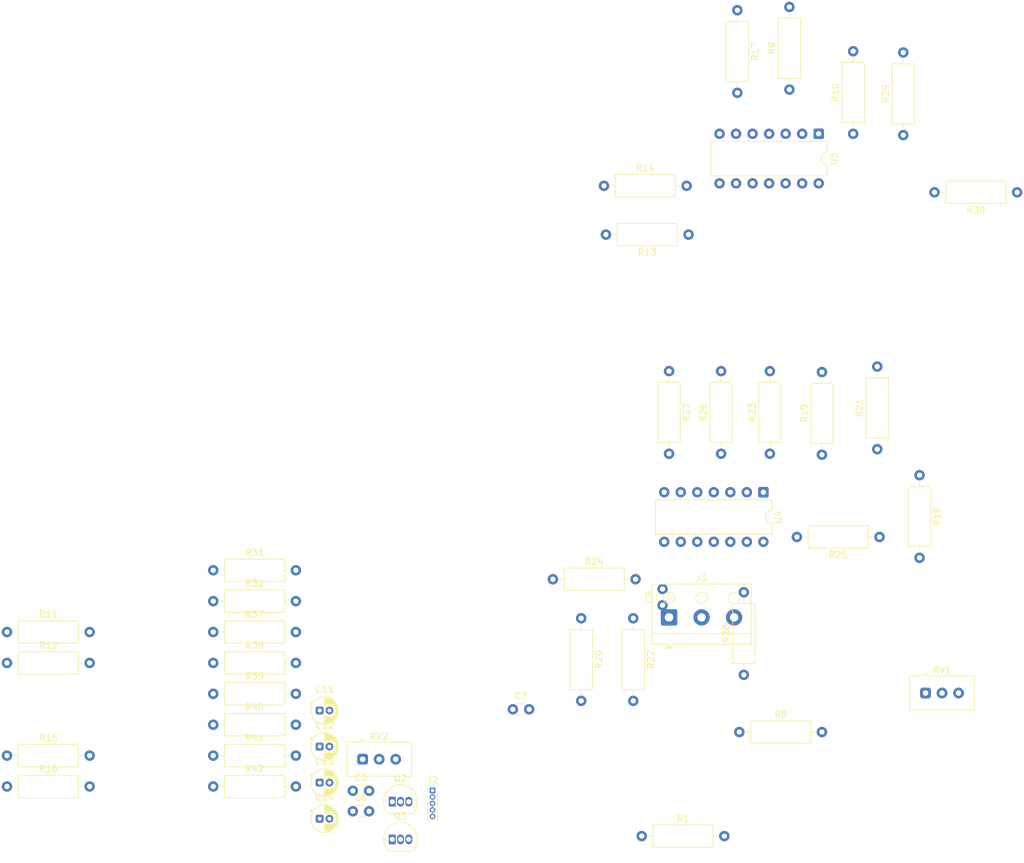
<source format=kicad_pcb>
(kicad_pcb (version 20241229) (generator "pcbnew") (generator_version "9.0")
  (layers (0 "F.Cu" signal) (2 "B.Cu" signal) (13 "F.Paste" user) (15 "B.Paste" user) (5 "F.SilkS" user "F.Silkscreen") (7 "B.SilkS" user "B.Silkscreen") (1 "F.Mask" user) (3 "B.Mask" user) (25 "Edge.Cuts" user))
  (net 0 "")
  (net 1 "Net-(C5-Pad2)")
  (net 2 "sel_moduladora")
  (net 3 "Net-(C6-Pad2)")
  (net 4 "GND")
  (net 5 "portadora")
  (net 6 "moduladora")
  (net 7 "Salida")
  (net 8 "divisor")
  (net 9 "-12V")
  (net 10 "+12V")
  (net 11 "Net-(R1-Pad2)")
  (net 12 "Net-(R11-Pad1)")
  (net 13 "Net-(R8-Pad2)")
  (net 14 "Net-(R9-Pad1)")
  (net 15 "Net-(R12-Pad1)")
  (net 16 "Net-(R12-Pad2)")
  (net 17 "Net-(R16-Pad2)")
  (net 18 "Bcos(wt)")
  (net 19 "Net-(C7-Pad2)")
  (net 20 "Bsen(wt)")
  (net 21 "Net-(C8-Pad2)")
  (net 22 "Net-(Q3-B)")
  (net 23 "cos(wt)")
  (net 24 "Net-(Q3-E)")
  (net 25 "sen(wt)")
  (net 26 "Net-(Q2-B)")
  (net 27 "Net-(Q2-E)")
  (net 28 "RI(t)")
  (net 29 "RAI(t)")
  (net 30 "RQ(t)")
  (net 31 "Net-(R18-Pad2)")
  (net 32 "Net-(R19-Pad2)")
  (net 33 "Net-(R19-Pad1)")
  (net 34 "Net-(R25-Pad1)")
  (net 35 "Net-(R25-Pad2)")
  (net 36 "Net-(R26-Pad1)")
  (net 37 "RAQ(t)")
  (net 38 "Net-(R28-Pad2)")
  (net 39 "I(t)")
  (net 40 "Q(t)")
  (footprint "Resistor_THT:R_Axial_DIN0309_L9.0mm_D3.2mm_P12.70mm_Horizontal" (layer "F.Cu") (at 134 47.5)
    (property "Reference" "R14" (at 6.35 -2.72 0) (layer "F.SilkS"))
    (property "Value" "1k")
    (pad "1" thru_hole circle (at 0 0) (size 1.6 1.6) (drill 0.8) (layers "*.Cu" "*.Mask") (net 10 "+12V"))
    (pad "2" thru_hole circle (at 12.7 0) (size 1.6 1.6) (drill 0.8) (layers "*.Cu" "*.Mask") (net 3 "Net-(C6-Pad2)"))
  )
  (footprint "Resistor_THT:R_Axial_DIN0309_L9.0mm_D3.2mm_P12.70mm_Horizontal" (layer "F.Cu") (at 130.5 114 -90)
    (property "Reference" "R20" (at 6.35 -2.72 90) (layer "F.SilkS"))
    (property "Value" "1k")
    (pad "1" thru_hole circle (at 0 0 270) (size 1.6 1.6) (drill 0.8) (layers "*.Cu" "*.Mask") (net 21 "Net-(C8-Pad2)"))
    (pad "2" thru_hole circle (at 12.7 0 270) (size 1.6 1.6) (drill 0.8) (layers "*.Cu" "*.Mask") (net 4 "GND"))
  )
  (footprint "Resistor_THT:R_Axial_DIN0309_L9.0mm_D3.2mm_P12.70mm_Horizontal" (layer "F.Cu") (at 73.95 125.62)
    (property "Reference" "R39" (at 6.35 -2.72 0) (layer "F.SilkS"))
    (property "Value" "220k")
    (pad "1" thru_hole circle (at 0 0) (size 1.6 1.6) (drill 0.8) (layers "*.Cu" "*.Mask") (net 24 "Net-(Q3-E)"))
    (pad "2" thru_hole circle (at 12.7 0) (size 1.6 1.6) (drill 0.8) (layers "*.Cu" "*.Mask") (net 4 "GND"))
  )
  (footprint "Resistor_THT:R_Axial_DIN0309_L9.0mm_D3.2mm_P12.70mm_Horizontal" (layer "F.Cu") (at 73.95 116.12)
    (property "Reference" "R37" (at 6.35 -2.72 0) (layer "F.SilkS"))
    (property "Value" "220k")
    (pad "1" thru_hole circle (at 0 0) (size 1.6 1.6) (drill 0.8) (layers "*.Cu" "*.Mask") (net 10 "+12V"))
    (pad "2" thru_hole circle (at 12.7 0) (size 1.6 1.6) (drill 0.8) (layers "*.Cu" "*.Mask") (net 22 "Net-(Q3-B)"))
  )
  (footprint "Package_TO_SOT_THT:TO-92_Inline" (layer "F.Cu") (at 101.46 148)
    (property "Reference" "Q3" (at 1.27 -3.56 0) (layer "F.SilkS"))
    (property "Value" "2N3904")
    (pad "1" thru_hole rect (at 0 0) (size 1.05 1.5) (drill 0.75) (layers "*.Cu" "*.Mask") (net 24 "Net-(Q3-E)"))
    (pad "2" thru_hole oval (at 1.27 0) (size 1.05 1.5) (drill 0.75) (layers "*.Cu" "*.Mask") (net 22 "Net-(Q3-B)"))
    (pad "3" thru_hole oval (at 2.54 0) (size 1.05 1.5) (drill 0.75) (layers "*.Cu" "*.Mask") (net 10 "+12V"))
  )
  (footprint "Resistor_THT:R_Axial_DIN0309_L9.0mm_D3.2mm_P12.70mm_Horizontal" (layer "F.Cu") (at 154.8 131.5)
    (property "Reference" "R8" (at 6.35 -2.72 0) (layer "F.SilkS"))
    (property "Value" "10K")
    (pad "1" thru_hole circle (at 0 0) (size 1.6 1.6) (drill 0.8) (layers "*.Cu" "*.Mask") (net 12 "Net-(R11-Pad1)"))
    (pad "2" thru_hole circle (at 12.7 0) (size 1.6 1.6) (drill 0.8) (layers "*.Cu" "*.Mask") (net 13 "Net-(R8-Pad2)"))
  )
  (footprint "Resistor_THT:R_Axial_DIN0309_L9.0mm_D3.2mm_P12.70mm_Horizontal" (layer "F.Cu") (at 73.95 130.37)
    (property "Reference" "R40" (at 6.35 -2.72 0) (layer "F.SilkS"))
    (property "Value" "220k")
    (pad "1" thru_hole circle (at 0 0) (size 1.6 1.6) (drill 0.8) (layers "*.Cu" "*.Mask") (net 10 "+12V"))
    (pad "2" thru_hole circle (at 12.7 0) (size 1.6 1.6) (drill 0.8) (layers "*.Cu" "*.Mask") (net 26 "Net-(Q2-B)"))
  )
  (footprint "Resistor_THT:R_Axial_DIN0309_L9.0mm_D3.2mm_P12.70mm_Horizontal" (layer "F.Cu") (at 138.5 114 -90)
    (property "Reference" "R22" (at 6.35 -2.72 90) (layer "F.SilkS"))
    (property "Value" "51")
    (pad "1" thru_hole circle (at 0 0 270) (size 1.6 1.6) (drill 0.8) (layers "*.Cu" "*.Mask") (net 21 "Net-(C8-Pad2)"))
    (pad "2" thru_hole circle (at 12.7 0 270) (size 1.6 1.6) (drill 0.8) (layers "*.Cu" "*.Mask") (net 19 "Net-(C7-Pad2)"))
  )
  (footprint "Resistor_THT:R_Axial_DIN0309_L9.0mm_D3.2mm_P12.70mm_Horizontal" (layer "F.Cu") (at 73.95 120.87)
    (property "Reference" "R38" (at 6.35 -2.72 0) (layer "F.SilkS"))
    (property "Value" "220k")
    (pad "1" thru_hole circle (at 0 0) (size 1.6 1.6) (drill 0.8) (layers "*.Cu" "*.Mask") (net 22 "Net-(Q3-B)"))
    (pad "2" thru_hole circle (at 12.7 0) (size 1.6 1.6) (drill 0.8) (layers "*.Cu" "*.Mask") (net 4 "GND"))
  )
  (footprint "Resistor_THT:R_Axial_DIN0309_L9.0mm_D3.2mm_P12.70mm_Horizontal" (layer "F.Cu") (at 147 55 180)
    (property "Reference" "R13" (at 6.35 -2.72 0) (layer "F.SilkS"))
    (property "Value" "1k")
    (pad "1" thru_hole circle (at 0 0 180) (size 1.6 1.6) (drill 0.8) (layers "*.Cu" "*.Mask") (net 3 "Net-(C6-Pad2)"))
    (pad "2" thru_hole circle (at 12.7 0 180) (size 1.6 1.6) (drill 0.8) (layers "*.Cu" "*.Mask") (net 4 "GND"))
  )
  (footprint "Resistor_THT:R_Axial_DIN0309_L9.0mm_D3.2mm_P12.70mm_Horizontal" (layer "F.Cu") (at 167.5 88.85 90)
    (property "Reference" "R19" (at 6.35 -2.72 90) (layer "F.SilkS"))
    (property "Value" "10K")
    (pad "1" thru_hole circle (at 0 0 90) (size 1.6 1.6) (drill 0.8) (layers "*.Cu" "*.Mask") (net 33 "Net-(R19-Pad1)"))
    (pad "2" thru_hole circle (at 12.7 0 90) (size 1.6 1.6) (drill 0.8) (layers "*.Cu" "*.Mask") (net 32 "Net-(R19-Pad2)"))
  )
  (footprint "Resistor_THT:R_Axial_DIN0309_L9.0mm_D3.2mm_P12.70mm_Horizontal" (layer "F.Cu") (at 197.5 48.5 180)
    (property "Reference" "R30" (at 6.35 -2.72 0) (layer "F.SilkS"))
    (property "Value" "100k")
    (pad "1" thru_hole circle (at 0 0 180) (size 1.6 1.6) (drill 0.8) (layers "*.Cu" "*.Mask") (net 39 "I(t)"))
    (pad "2" thru_hole circle (at 12.7 0 180) (size 1.6 1.6) (drill 0.8) (layers "*.Cu" "*.Mask") (net 28 "RI(t)"))
  )
  (footprint "Resistor_THT:R_Axial_DIN0309_L9.0mm_D3.2mm_P12.70mm_Horizontal" (layer "F.Cu") (at 73.95 139.87)
    (property "Reference" "R42" (at 6.35 -2.72 0) (layer "F.SilkS"))
    (property "Value" "220k")
    (pad "1" thru_hole circle (at 0 0) (size 1.6 1.6) (drill 0.8) (layers "*.Cu" "*.Mask") (net 27 "Net-(Q2-E)"))
    (pad "2" thru_hole circle (at 12.7 0) (size 1.6 1.6) (drill 0.8) (layers "*.Cu" "*.Mask") (net 4 "GND"))
  )
  (footprint "Capacitor_THT:C_Disc_D3.0mm_W1.6mm_P2.50mm" (layer "F.Cu") (at 95.4 143.68)
    (property "Reference" "C6" (at 1.25 -2.05 0) (layer "F.SilkS"))
    (property "Value" "100nF")
    (pad "1" thru_hole circle (at 0 0) (size 1.6 1.6) (drill 0.8) (layers "*.Cu" "*.Mask") (net 4 "GND"))
    (pad "2" thru_hole circle (at 2.5 0) (size 1.6 1.6) (drill 0.8) (layers "*.Cu" "*.Mask") (net 3 "Net-(C6-Pad2)"))
  )
  (footprint "Connector_PinHeader_1.00mm:PinHeader_1x05_P1.00mm_Vertical" (layer "F.Cu") (at 107.65 140.48)
    (property "Reference" "J2" (at 0 -1.61 0) (layer "F.SilkS"))
    (property "Value" "Entradas-salidas")
    (pad "1" thru_hole rect (at 0 0) (size 0.85 0.85) (drill 0.5) (layers "*.Cu" "*.Mask") (net 7 "Salida"))
    (pad "2" thru_hole circle (at 0 1) (size 0.85 0.85) (drill 0.5) (layers "*.Cu" "*.Mask") (net 5 "portadora"))
    (pad "3" thru_hole circle (at 0 2) (size 0.85 0.85) (drill 0.5) (layers "*.Cu" "*.Mask") (net 6 "moduladora"))
    (pad "4" thru_hole circle (at 0 3) (size 0.85 0.85) (drill 0.5) (layers "*.Cu" "*.Mask") (net 2 "sel_moduladora"))
    (pad "5" thru_hole circle (at 0 4) (size 0.85 0.85) (drill 0.5) (layers "*.Cu" "*.Mask") (net 8 "divisor"))
  )
  (footprint "Resistor_THT:R_Axial_DIN0309_L9.0mm_D3.2mm_P12.70mm_Horizontal" (layer "F.Cu") (at 73.95 111.37)
    (property "Reference" "R32" (at 6.35 -2.72 0) (layer "F.SilkS"))
    (property "Value" "1k")
    (pad "1" thru_hole circle (at 0 0) (size 1.6 1.6) (drill 0.8) (layers "*.Cu" "*.Mask") (net 30 "RQ(t)"))
    (pad "2" thru_hole circle (at 12.7 0) (size 1.6 1.6) (drill 0.8) (layers "*.Cu" "*.Mask") (net 4 "GND"))
  )
  (footprint "Resistor_THT:R_Axial_DIN0309_L9.0mm_D3.2mm_P12.70mm_Horizontal" (layer "F.Cu") (at 126.15 108)
    (property "Reference" "R24" (at 6.35 -2.72 0) (layer "F.SilkS"))
    (property "Value" "1k")
    (pad "1" thru_hole circle (at 0 0) (size 1.6 1.6) (drill 0.8) (layers "*.Cu" "*.Mask") (net 10 "+12V"))
    (pad "2" thru_hole circle (at 12.7 0) (size 1.6 1.6) (drill 0.8) (layers "*.Cu" "*.Mask") (net 21 "Net-(C8-Pad2)"))
  )
  (footprint "Package_TO_SOT_THT:TO-92_Inline" (layer "F.Cu") (at 101.46 142.21)
    (property "Reference" "Q2" (at 1.27 -3.56 0) (layer "F.SilkS"))
    (property "Value" "2N3904")
    (pad "1" thru_hole rect (at 0 0) (size 1.05 1.5) (drill 0.75) (layers "*.Cu" "*.Mask") (net 27 "Net-(Q2-E)"))
    (pad "2" thru_hole oval (at 1.27 0) (size 1.05 1.5) (drill 0.75) (layers "*.Cu" "*.Mask") (net 26 "Net-(Q2-B)"))
    (pad "3" thru_hole oval (at 2.54 0) (size 1.05 1.5) (drill 0.75) (layers "*.Cu" "*.Mask") (net 10 "+12V"))
  )
  (footprint "Package_DIP:DIP-14_W7.62mm" (layer "F.Cu") (at 158.5 94.62 -90)
    (property "Reference" "U4" (at 3.81 -2.33 90) (layer "F.SilkS"))
    (property "Value" "MC1496")
    (pad "1" thru_hole roundrect (at 0 0 270) (size 1.6 1.6) (drill 0.8) (layers "*.Cu" "*.Mask") (roundrect_rratio 0.15625) (net 30 "RQ(t)"))
    (pad "2" thru_hole circle (at 0 2.54 270) (size 1.6 1.6) (drill 0.8) (layers "*.Cu" "*.Mask") (net 34 "Net-(R25-Pad1)"))
    (pad "3" thru_hole circle (at 0 5.08 270) (size 1.6 1.6) (drill 0.8) (layers "*.Cu" "*.Mask") (net 35 "Net-(R25-Pad2)"))
    (pad "4" thru_hole circle (at 0 7.62 270) (size 1.6 1.6) (drill 0.8) (layers "*.Cu" "*.Mask") (net 33 "Net-(R19-Pad1)"))
    (pad "5" thru_hole circle (at 0 10.16 270) (size 1.6 1.6) (drill 0.8) (layers "*.Cu" "*.Mask") (net 36 "Net-(R26-Pad1)"))
    (pad "6" thru_hole circle (at 0 12.7 270) (size 1.6 1.6) (drill 0.8) (layers "*.Cu" "*.Mask") (net 37 "RAQ(t)"))
    (pad "7" thru_hole circle (at 0 15.24 270) (size 1.6 1.6) (drill 0.8) (layers "*.Cu" "*.Mask"))
    (pad "8" thru_hole circle (at 7.62 15.24 270) (size 1.6 1.6) (drill 0.8) (layers "*.Cu" "*.Mask") (net 21 "Net-(C8-Pad2)"))
    (pad "9" thru_hole circle (at 7.62 12.7 270) (size 1.6 1.6) (drill 0.8) (layers "*.Cu" "*.Mask"))
    (pad "10" thru_hole circle (at 7.62 10.16 270) (size 1.6 1.6) (drill 0.8) (layers "*.Cu" "*.Mask") (net 19 "Net-(C7-Pad2)"))
    (pad "11" thru_hole circle (at 7.62 7.62 270) (size 1.6 1.6) (drill 0.8) (layers "*.Cu" "*.Mask"))
    (pad "12" thru_hole circle (at 7.62 5.08 270) (size 1.6 1.6) (drill 0.8) (layers "*.Cu" "*.Mask") (net 38 "Net-(R28-Pad2)"))
    (pad "13" thru_hole circle (at 7.62 2.54 270) (size 1.6 1.6) (drill 0.8) (layers "*.Cu" "*.Mask"))
    (pad "14" thru_hole circle (at 7.62 0 270) (size 1.6 1.6) (drill 0.8) (layers "*.Cu" "*.Mask") (net 9 "-12V"))
  )
  (footprint "Capacitor_THT:C_Disc_D3.0mm_W1.6mm_P2.50mm" (layer "F.Cu") (at 95.4 140.53)
    (property "Reference" "C5" (at 1.25 -2.05 0) (layer "F.SilkS"))
    (property "Value" "100nF")
    (pad "1" thru_hole circle (at 0 0) (size 1.6 1.6) (drill 0.8) (layers "*.Cu" "*.Mask") (net 18 "Bcos(wt)"))
    (pad "2" thru_hole circle (at 2.5 0) (size 1.6 1.6) (drill 0.8) (layers "*.Cu" "*.Mask") (net 1 "Net-(C5-Pad2)"))
  )
  (footprint "Capacitor_THT:CP_Radial_D4.0mm_P1.50mm" (layer "F.Cu") (at 90.304801 139.28)
    (property "Reference" "C13" (at 0.75 -3.25 0) (layer "F.SilkS"))
    (property "Value" "0.1uF")
    (pad "1" thru_hole roundrect (at 0 0) (size 1.2 1.2) (drill 0.6) (layers "*.Cu" "*.Mask") (roundrect_rratio 0.208333) (net 25 "sen(wt)"))
    (pad "2" thru_hole circle (at 1.5 0) (size 1.2 1.2) (drill 0.6) (layers "*.Cu" "*.Mask") (net 26 "Net-(Q2-B)"))
  )
  (footprint "Resistor_THT:R_Axial_DIN0309_L9.0mm_D3.2mm_P12.70mm_Horizontal" (layer "F.Cu") (at 42.25 116.12)
    (property "Reference" "R11" (at 6.35 -2.72 0) (layer "F.SilkS"))
    (property "Value" "51")
    (pad "1" thru_hole circle (at 0 0) (size 1.6 1.6) (drill 0.8) (layers "*.Cu" "*.Mask") (net 12 "Net-(R11-Pad1)"))
    (pad "2" thru_hole circle (at 12.7 0) (size 1.6 1.6) (drill 0.8) (layers "*.Cu" "*.Mask") (net 4 "GND"))
  )
  (footprint "Potentiometer_THT:Potentiometer_Vishay_T93YA_Vertical" (layer "F.Cu") (at 96.91 135.68)
    (property "Reference" "RV2" (at 2.54 -3.5 0) (layer "F.SilkS"))
    (property "Value" "50k")
    (pad "1" thru_hole roundrect (at 0 0) (size 1.65 1.65) (drill 0.85) (layers "*.Cu" "*.Mask") (net 32 "Net-(R19-Pad2)"))
    (pad "2" thru_hole circle (at 2.54 0) (size 1.65 1.65) (drill 0.85) (layers "*.Cu" "*.Mask") (net 9 "-12V"))
    (pad "3" thru_hole circle (at 5.08 0) (size 1.65 1.65) (drill 0.85) (layers "*.Cu" "*.Mask") (net 31 "Net-(R18-Pad2)"))
  )
  (footprint "Resistor_THT:R_Axial_DIN0309_L9.0mm_D3.2mm_P12.70mm_Horizontal" (layer "F.Cu") (at 172.3 39.5 90)
    (property "Reference" "R10" (at 6.35 -2.72 90) (layer "F.SilkS"))
    (property "Value" "51")
    (pad "1" thru_hole circle (at 0 0 90) (size 1.6 1.6) (drill 0.8) (layers "*.Cu" "*.Mask") (net 28 "RI(t)"))
    (pad "2" thru_hole circle (at 12.7 0 90) (size 1.6 1.6) (drill 0.8) (layers "*.Cu" "*.Mask") (net 4 "GND"))
  )
  (footprint "Resistor_THT:R_Axial_DIN0309_L9.0mm_D3.2mm_P12.70mm_Horizontal" (layer "F.Cu") (at 144 76 -90)
    (property "Reference" "R27" (at 6.35 -2.72 90) (layer "F.SilkS"))
    (property "Value" "3.9k")
    (pad "1" thru_hole circle (at 0 0 270) (size 1.6 1.6) (drill 0.8) (layers "*.Cu" "*.Mask") (net 10 "+12V"))
    (pad "2" thru_hole circle (at 12.7 0 270) (size 1.6 1.6) (drill 0.8) (layers "*.Cu" "*.Mask") (net 37 "RAQ(t)"))
  )
  (footprint "Capacitor_THT:CP_Radial_D4.0mm_P1.50mm" (layer "F.Cu") (at 90.304801 144.83)
    (property "Reference" "C14" (at 0.75 -3.25 0) (layer "F.SilkS"))
    (property "Value" "10uF")
    (pad "1" thru_hole roundrect (at 0 0) (size 1.2 1.2) (drill 0.6) (layers "*.Cu" "*.Mask") (roundrect_rratio 0.208333) (net 27 "Net-(Q2-E)"))
    (pad "2" thru_hole circle (at 1.5 0) (size 1.2 1.2) (drill 0.6) (layers "*.Cu" "*.Mask") (net 20 "Bsen(wt)"))
  )
  (footprint "Resistor_THT:R_Axial_DIN0309_L9.0mm_D3.2mm_P12.70mm_Horizontal" (layer "F.Cu") (at 176 88 90)
    (property "Reference" "R21" (at 6.35 -2.72 90) (layer "F.SilkS"))
    (property "Value" "51")
    (pad "1" thru_hole circle (at 0 0 90) (size 1.6 1.6) (drill 0.8) (layers "*.Cu" "*.Mask") (net 30 "RQ(t)"))
    (pad "2" thru_hole circle (at 12.7 0 90) (size 1.6 1.6) (drill 0.8) (layers "*.Cu" "*.Mask") (net 4 "GND"))
  )
  (footprint "Resistor_THT:R_Axial_DIN0309_L9.0mm_D3.2mm_P12.70mm_Horizontal" (layer "F.Cu") (at 155.5 122.7 90)
    (property "Reference" "R28" (at 6.35 -2.72 90) (layer "F.SilkS"))
    (property "Value" "3.9k")
    (pad "1" thru_hole circle (at 0 0 90) (size 1.6 1.6) (drill 0.8) (layers "*.Cu" "*.Mask") (net 10 "+12V"))
    (pad "2" thru_hole circle (at 12.7 0 90) (size 1.6 1.6) (drill 0.8) (layers "*.Cu" "*.Mask") (net 38 "Net-(R28-Pad2)"))
  )
  (footprint "Resistor_THT:R_Axial_DIN0309_L9.0mm_D3.2mm_P12.70mm_Horizontal" (layer "F.Cu") (at 159.5 88.7 90)
    (property "Reference" "R23" (at 6.35 -2.72 90) (layer "F.SilkS"))
    (property "Value" "51")
    (pad "1" thru_hole circle (at 0 0 90) (size 1.6 1.6) (drill 0.8) (layers "*.Cu" "*.Mask") (net 33 "Net-(R19-Pad1)"))
    (pad "2" thru_hole circle (at 12.7 0 90) (size 1.6 1.6) (drill 0.8) (layers "*.Cu" "*.Mask") (net 4 "GND"))
  )
  (footprint "Resistor_THT:R_Axial_DIN0309_L9.0mm_D3.2mm_P12.70mm_Horizontal" (layer "F.Cu") (at 180 39.7 90)
    (property "Reference" "R29" (at 6.35 -2.72 90) (layer "F.SilkS"))
    (property "Value" "1k")
    (pad "1" thru_hole circle (at 0 0 90) (size 1.6 1.6) (drill 0.8) (layers "*.Cu" "*.Mask") (net 28 "RI(t)"))
    (pad "2" thru_hole circle (at 12.7 0 90) (size 1.6 1.6) (drill 0.8) (layers "*.Cu" "*.Mask") (net 4 "GND"))
  )
  (footprint "Capacitor_THT:C_Disc_D3.0mm_W1.6mm_P2.50mm" (layer "F.Cu") (at 143 112 90)
    (property "Reference" "C8" (at 1.25 -2.05 90) (layer "F.SilkS"))
    (property "Value" "100nF")
    (pad "1" thru_hole circle (at 0 0 90) (size 1.6 1.6) (drill 0.8) (layers "*.Cu" "*.Mask") (net 4 "GND"))
    (pad "2" thru_hole circle (at 2.5 0 90) (size 1.6 1.6) (drill 0.8) (layers "*.Cu" "*.Mask") (net 21 "Net-(C8-Pad2)"))
  )
  (footprint "Resistor_THT:R_Axial_DIN0309_L9.0mm_D3.2mm_P12.70mm_Horizontal" (layer "F.Cu") (at 152 88.7 90)
    (property "Reference" "R26" (at 6.35 -2.72 90) (layer "F.SilkS"))
    (property "Value" "6.8k")
    (pad "1" thru_hole circle (at 0 0 90) (size 1.6 1.6) (drill 0.8) (layers "*.Cu" "*.Mask") (net 36 "Net-(R26-Pad1)"))
    (pad "2" thru_hole circle (at 12.7 0 90) (size 1.6 1.6) (drill 0.8) (layers "*.Cu" "*.Mask") (net 4 "GND"))
  )
  (footprint "Resistor_THT:R_Axial_DIN0309_L9.0mm_D3.2mm_P12.70mm_Horizontal" (layer "F.Cu") (at 139.8 147.5)
    (property "Reference" "R1" (at 6.35 -2.72 0) (layer "F.SilkS"))
    (property "Value" "10K")
    (pad "1" thru_hole circle (at 0 0) (size 1.6 1.6) (drill 0.8) (layers "*.Cu" "*.Mask") (net 28 "RI(t)"))
    (pad "2" thru_hole circle (at 12.7 0) (size 1.6 1.6) (drill 0.8) (layers "*.Cu" "*.Mask") (net 11 "Net-(R1-Pad2)"))
  )
  (footprint "Resistor_THT:R_Axial_DIN0309_L9.0mm_D3.2mm_P12.70mm_Horizontal" (layer "F.Cu") (at 42.25 120.87)
    (property "Reference" "R12" (at 6.35 -2.72 0) (layer "F.SilkS"))
    (property "Value" "1k")
    (pad "1" thru_hole circle (at 0 0) (size 1.6 1.6) (drill 0.8) (layers "*.Cu" "*.Mask") (net 15 "Net-(R12-Pad1)"))
    (pad "2" thru_hole circle (at 12.7 0) (size 1.6 1.6) (drill 0.8) (layers "*.Cu" "*.Mask") (net 16 "Net-(R12-Pad2)"))
  )
  (footprint "Capacitor_THT:CP_Radial_D4.0mm_P1.50mm" (layer "F.Cu") (at 90.304801 128.18)
    (property "Reference" "C11" (at 0.75 -3.25 0) (layer "F.SilkS"))
    (property "Value" "0.1uF")
    (pad "1" thru_hole roundrect (at 0 0) (size 1.2 1.2) (drill 0.6) (layers "*.Cu" "*.Mask") (roundrect_rratio 0.208333) (net 23 "cos(wt)"))
    (pad "2" thru_hole circle (at 1.5 0) (size 1.2 1.2) (drill 0.6) (layers "*.Cu" "*.Mask") (net 22 "Net-(Q3-B)"))
  )
  (footprint "Package_DIP:DIP-14_W7.62mm" (layer "F.Cu") (at 167 39.5 -90)
    (property "Reference" "U5" (at 3.81 -2.33 90) (layer "F.SilkS"))
    (property "Value" "MC1496")
    (pad "1" thru_hole roundrect (at 0 0 270) (size 1.6 1.6) (drill 0.8) (layers "*.Cu" "*.Mask") (roundrect_rratio 0.15625) (net 28 "RI(t)"))
    (pad "2" thru_hole circle (at 0 2.54 270) (size 1.6 1.6) (drill 0.8) (layers "*.Cu" "*.Mask") (net 15 "Net-(R12-Pad1)"))
    (pad "3" thru_hole circle (at 0 5.08 270) (size 1.6 1.6) (drill 0.8) (layers "*.Cu" "*.Mask") (net 16 "Net-(R12-Pad2)"))
    (pad "4" thru_hole circle (at 0 7.62 270) (size 1.6 1.6) (drill 0.8) (layers "*.Cu" "*.Mask") (net 12 "Net-(R11-Pad1)"))
    (pad "5" thru_hole circle (at 0 10.16 270) (size 1.6 1.6) (drill 0.8) (layers "*.Cu" "*.Mask") (net 14 "Net-(R9-Pad1)"))
    (pad "6" thru_hole circle (at 0 12.7 270) (size 1.6 1.6) (drill 0.8) (layers "*.Cu" "*.Mask") (net 29 "RAI(t)"))
    (pad "7" thru_hole circle (at 0 15.24 270) (size 1.6 1.6) (drill 0.8) (layers "*.Cu" "*.Mask"))
    (pad "8" thru_hole circle (at 7.62 15.24 270) (size 1.6 1.6) (drill 0.8) (layers "*.Cu" "*.Mask") (net 3 "Net-(C6-Pad2)"))
    (pad "9" thru_hole circle (at 7.62 12.7 270) (size 1.6 1.6) (drill 0.8) (layers "*.Cu" "*.Mask"))
    (pad "10" thru_hole circle (at 7.62 10.16 270) (size 1.6 1.6) (drill 0.8) (layers "*.Cu" "*.Mask") (net 1 "Net-(C5-Pad2)"))
    (pad "11" thru_hole circle (at 7.62 7.62 270) (size 1.6 1.6) (drill 0.8) (layers "*.Cu" "*.Mask"))
    (pad "12" thru_hole circle (at 7.62 5.08 270) (size 1.6 1.6) (drill 0.8) (layers "*.Cu" "*.Mask") (net 17 "Net-(R16-Pad2)"))
    (pad "13" thru_hole circle (at 7.62 2.54 270) (size 1.6 1.6) (drill 0.8) (layers "*.Cu" "*.Mask"))
    (pad "14" thru_hole circle (at 7.62 0 270) (size 1.6 1.6) (drill 0.8) (layers "*.Cu" "*.Mask") (net 9 "-12V"))
  )
  (footprint "TerminalBlock_RND:TerminalBlock_RND_205-00002_1x03_P5.00mm_Horizontal" (layer "F.Cu") (at 144 113.8675)
    (property "Reference" "J3" (at 5 -6.12 0) (layer "F.SilkS"))
    (property "Value" "Fuente")
    (pad "1" thru_hole roundrect (at 0 0) (size 2.5 2.5) (drill 1.3) (layers "*.Cu" "*.Mask") (roundrect_rratio 0.1) (net 10 "+12V"))
    (pad "2" thru_hole circle (at 5 0) (size 2.5 2.5) (drill 1.3) (layers "*.Cu" "*.Mask") (net 4 "GND"))
    (pad "3" thru_hole circle (at 10 0) (size 2.5 2.5) (drill 1.3) (layers "*.Cu" "*.Mask") (net 9 "-12V"))
  )
  (footprint "Resistor_THT:R_Axial_DIN0309_L9.0mm_D3.2mm_P12.70mm_Horizontal" (layer "F.Cu") (at 42.25 135.12)
    (property "Reference" "R15" (at 6.35 -2.72 0) (layer "F.SilkS"))
    (property "Value" "51")
    (pad "1" thru_hole circle (at 0 0) (size 1.6 1.6) (drill 0.8) (layers "*.Cu" "*.Mask") (net 3 "Net-(C6-Pad2)"))
    (pad "2" thru_hole circle (at 12.7 0) (size 1.6 1.6) (drill 0.8) (layers "*.Cu" "*.Mask") (net 1 "Net-(C5-Pad2)"))
  )
  (footprint "Resistor_THT:R_Axial_DIN0309_L9.0mm_D3.2mm_P12.70mm_Horizontal" (layer "F.Cu") (at 42.25 139.87)
    (property "Reference" "R16" (at 6.35 -2.72 0) (layer "F.SilkS"))
    (property "Value" "3.9k")
    (pad "1" thru_hole circle (at 0 0) (size 1.6 1.6) (drill 0.8) (layers "*.Cu" "*.Mask") (net 10 "+12V"))
    (pad "2" thru_hole circle (at 12.7 0) (size 1.6 1.6) (drill 0.8) (layers "*.Cu" "*.Mask") (net 17 "Net-(R16-Pad2)"))
  )
  (footprint "Resistor_THT:R_Axial_DIN0309_L9.0mm_D3.2mm_P12.70mm_Horizontal" (layer "F.Cu") (at 182.5 92 -90)
    (property "Reference" "R18" (at 6.35 -2.72 90) (layer "F.SilkS"))
    (property "Value" "10K")
    (pad "1" thru_hole circle (at 0 0 270) (size 1.6 1.6) (drill 0.8) (layers "*.Cu" "*.Mask") (net 30 "RQ(t)"))
    (pad "2" thru_hole circle (at 12.7 0 270) (size 1.6 1.6) (drill 0.8) (layers "*.Cu" "*.Mask") (net 31 "Net-(R18-Pad2)"))
  )
  (footprint "Resistor_THT:R_Axial_DIN0309_L9.0mm_D3.2mm_P12.70mm_Horizontal" (layer "F.Cu") (at 176.35 101.5 180)
    (property "Reference" "R25" (at 6.35 -2.72 0) (layer "F.SilkS"))
    (property "Value" "1k")
    (pad "1" thru_hole circle (at 0 0 180) (size 1.6 1.6) (drill 0.8) (layers "*.Cu" "*.Mask") (net 34 "Net-(R25-Pad1)"))
    (pad "2" thru_hole circle (at 12.7 0 180) (size 1.6 1.6) (drill 0.8) (layers "*.Cu" "*.Mask") (net 35 "Net-(R25-Pad2)"))
  )
  (footprint "Potentiometer_THT:Potentiometer_Vishay_T93YA_Vertical" (layer "F.Cu") (at 183.42 125.5)
    (property "Reference" "RV1" (at 2.54 -3.5 0) (layer "F.SilkS"))
    (property "Value" "50k")
    (pad "1" thru_hole roundrect (at 0 0) (size 1.65 1.65) (drill 0.85) (layers "*.Cu" "*.Mask") (net 13 "Net-(R8-Pad2)"))
    (pad "2" thru_hole circle (at 2.54 0) (size 1.65 1.65) (drill 0.85) (layers "*.Cu" "*.Mask") (net 9 "-12V"))
    (pad "3" thru_hole circle (at 5.08 0) (size 1.65 1.65) (drill 0.85) (layers "*.Cu" "*.Mask") (net 11 "Net-(R1-Pad2)"))
  )
  (footprint "Capacitor_THT:CP_Radial_D4.0mm_P1.50mm" (layer "F.Cu") (at 90.304801 133.73)
    (property "Reference" "C12" (at 0.75 -3.25 0) (layer "F.SilkS"))
    (property "Value" "10uF")
    (pad "1" thru_hole roundrect (at 0 0) (size 1.2 1.2) (drill 0.6) (layers "*.Cu" "*.Mask") (roundrect_rratio 0.208333) (net 24 "Net-(Q3-E)"))
    (pad "2" thru_hole circle (at 1.5 0) (size 1.2 1.2) (drill 0.6) (layers "*.Cu" "*.Mask") (net 18 "Bcos(wt)"))
  )
  (footprint "Resistor_THT:R_Axial_DIN0309_L9.0mm_D3.2mm_P12.70mm_Horizontal" (layer "F.Cu") (at 73.95 106.62)
    (property "Reference" "R31" (at 6.35 -2.72 0) (layer "F.SilkS"))
    (property "Value" "100k")
    (pad "1" thru_hole circle (at 0 0) (size 1.6 1.6) (drill 0.8) (layers "*.Cu" "*.Mask") (net 40 "Q(t)"))
    (pad "2" thru_hole circle (at 12.7 0) (size 1.6 1.6) (drill 0.8) (layers "*.Cu" "*.Mask") (net 30 "RQ(t)"))
  )
  (footprint "Resistor_THT:R_Axial_DIN0309_L9.0mm_D3.2mm_P12.70mm_Horizontal" (layer "F.Cu") (at 162.5 32.7 90)
    (property "Reference" "R9" (at 6.35 -2.72 90) (layer "F.SilkS"))
    (property "Value" "6.8k")
    (pad "1" thru_hole circle (at 0 0 90) (size 1.6 1.6) (drill 0.8) (layers "*.Cu" "*.Mask") (net 14 "Net-(R9-Pad1)"))
    (pad "2" thru_hole circle (at 12.7 0 90) (size 1.6 1.6) (drill 0.8) (layers "*.Cu" "*.Mask") (net 4 "GND"))
  )
  (footprint "Resistor_THT:R_Axial_DIN0309_L9.0mm_D3.2mm_P12.70mm_Horizontal" (layer "F.Cu") (at 154.5 20.5 -90)
    (property "Reference" "R17" (at 6.35 -2.72 90) (layer "F.SilkS"))
    (property "Value" "3.9k")
    (pad "1" thru_hole circle (at 0 0 270) (size 1.6 1.6) (drill 0.8) (layers "*.Cu" "*.Mask") (net 10 "+12V"))
    (pad "2" thru_hole circle (at 12.7 0 270) (size 1.6 1.6) (drill 0.8) (layers "*.Cu" "*.Mask") (net 29 "RAI(t)"))
  )
  (footprint "Capacitor_THT:C_Disc_D3.0mm_W1.6mm_P2.50mm" (layer "F.Cu") (at 120 128)
    (property "Reference" "C7" (at 1.25 -2.05 0) (layer "F.SilkS"))
    (property "Value" "100nF")
    (pad "1" thru_hole circle (at 0 0) (size 1.6 1.6) (drill 0.8) (layers "*.Cu" "*.Mask") (net 20 "Bsen(wt)"))
    (pad "2" thru_hole circle (at 2.5 0) (size 1.6 1.6) (drill 0.8) (layers "*.Cu" "*.Mask") (net 19 "Net-(C7-Pad2)"))
  )
  (footprint "Resistor_THT:R_Axial_DIN0309_L9.0mm_D3.2mm_P12.70mm_Horizontal" (layer "F.Cu") (at 73.95 135.12)
    (property "Reference" "R41" (at 6.35 -2.72 0) (layer "F.SilkS"))
    (property "Value" "220k")
    (pad "1" thru_hole circle (at 0 0) (size 1.6 1.6) (drill 0.8) (layers "*.Cu" "*.Mask") (net 26 "Net-(Q2-B)"))
    (pad "2" thru_hole circle (at 12.7 0) (size 1.6 1.6) (drill 0.8) (layers "*.Cu" "*.Mask") (net 4 "GND"))
  )
)
</source>
